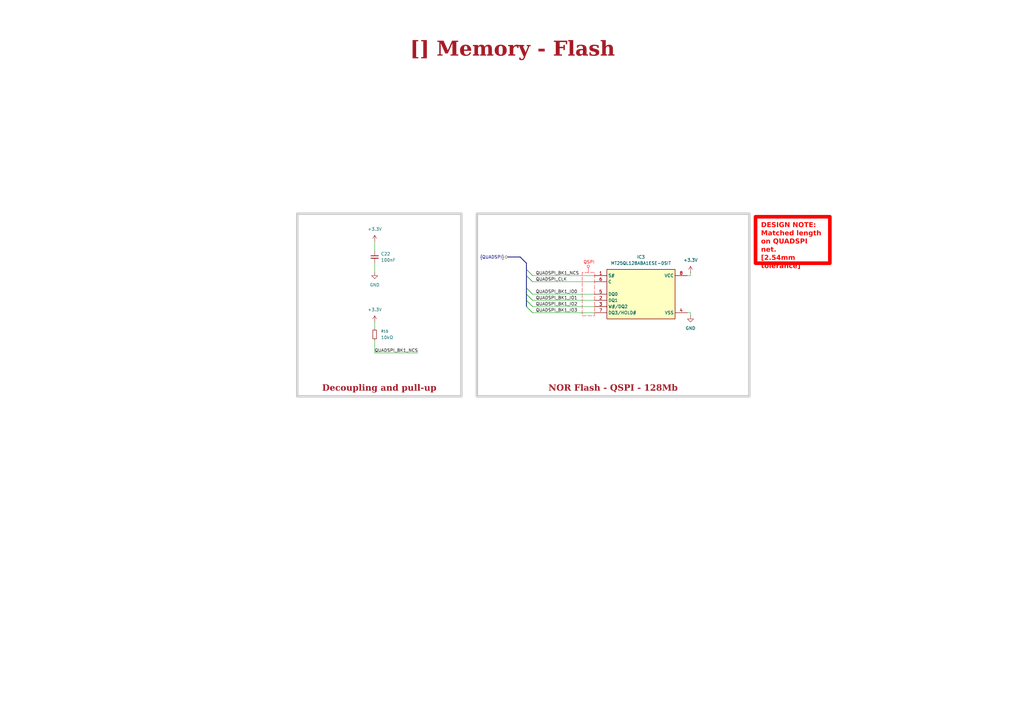
<source format=kicad_sch>
(kicad_sch (version 20250114) (generator "eeschema") (generator_version "9.0")
  (paper "A3")
  (title_block (title "Memory - Flash") (rev "${REVISION}") (company "${COMPANY}"))
  (lib_symbols
    (symbol "0_capacitors:CL05B104KO5NNNC" (pin_numbers (hide yes)) (pin_names (offset 0.254) (hide yes))
      (property "Reference" "C" (at 0.254 1.778 0))
      (property "Value" "100nF" (at 0.254 -2.032 0))
      (symbol "CL05B104KO5NNNC_0_1"
        (polyline (pts (xy -1.524 0.508) (xy 1.524 0.508)) (stroke (width 0.3048)))
        (polyline (pts (xy -1.524 -0.508) (xy 1.524 -0.508)) (stroke (width 0.3302)))
      )
      (symbol "CL05B104KO5NNNC_1_1"
        (pin passive line (at 0 2.54 270) (length 2.032) (name "~") (number "1"))
        (pin passive line (at 0 -2.54 90) (length 2.032) (name "~") (number "2"))
      )
    )
    (symbol "0_integrated_circuits:MT25QL128ABA1ESE-0SIT"
      (property "Reference" "IC" (at 8.382 7.874 0))
      (property "Value" "MT25QL128ABA1ESE-0SIT" (at 8.382 5.334 0))
      (symbol "MT25QL128ABA1ESE-0SIT_1_1"
        (rectangle (start 5.08 2.54) (end 33.02 -17.78) (stroke (width 0.254)) (fill (type background)))
        (pin passive line (at 0 0 0) (length 5.08) (name "S#") (number "1"))
        (pin passive line (at 0 -2.54 0) (length 5.08) (name "C") (number "6"))
        (pin passive line (at 0 -7.62 0) (length 5.08) (name "DQ0") (number "5"))
        (pin passive line (at 0 -10.16 0) (length 5.08) (name "DQ1") (number "2"))
        (pin passive line (at 0 -12.7 0) (length 5.08) (name "W#/DQ2") (number "3"))
        (pin passive line (at 0 -15.24 0) (length 5.08) (name "DQ3/HOLD#") (number "7"))
        (pin passive line (at 38.1 0 180) (length 5.08) (name "VCC") (number "8"))
        (pin passive line (at 38.1 -15.24 180) (length 5.08) (name "VSS") (number "4"))
      )
    )
    (symbol "0_resistors:0402WGF1002TCE" (pin_numbers (hide yes)) (pin_names (offset 0.254) (hide yes))
      (property "Reference" "R" (at 0 0 90))
      (property "Value" "10kΩ" (at 1.778 0 90))
      (symbol "0402WGF1002TCE_0_1"
        (rectangle (start -0.762 1.778) (end 0.762 -1.778) (stroke (width 0.2032)))
      )
      (symbol "0402WGF1002TCE_1_1"
        (pin passive line (at 0 2.54 270) (length 0.762) (name "~") (number "1"))
        (pin passive line (at 0 -2.54 90) (length 0.762) (name "~") (number "2"))
      )
    )
    (symbol "power:+3.3V" (power) (pin_numbers (hide yes)) (pin_names (offset 0) (hide yes))
      (property "Value" "+3.3V" (at 0 3.556 0))
      (symbol "+3.3V_0_1"
        (polyline (pts (xy -0.762 1.27) (xy 0 2.54)))
        (polyline (pts (xy 0 2.54) (xy 0.762 1.27)))
        (polyline (pts (xy 0 0) (xy 0 2.54)))
      )
      (symbol "+3.3V_1_1"
        (pin power_in line (at 0 0 90) (length 0) (name "~") (number "1"))
      )
    )
    (symbol "power:GND" (power) (pin_numbers (hide yes)) (pin_names (offset 0) (hide yes))
      (property "Value" "GND" (at 0 -3.81 0))
      (symbol "GND_0_1"
        (polyline (pts (xy 0 0) (xy 0 -1.27) (xy 1.27 -1.27) (xy 0 -2.54) (xy -1.27 -1.27) (xy 0 -1.27)))
      )
      (symbol "GND_1_1"
        (pin power_in line (at 0 0 270) (length 0) (name "~") (number "1"))
      )
    )
  )
  (rectangle (start 121.92 87.63) (end 189.23 162.56) (stroke (width 1) (color 200 200 200 1)))
  (rectangle (start 195.58 87.63) (end 307.34 162.56) (stroke (width 1) (color 200 200 200 1)))
  (text_box "NOR Flash - QSPI - 128Mb" (at 195.58 149.86 0) (size 111.76 12.7) (margins 1.9049 1.9049 1.9049 1.9049) (stroke (width -0.0001)) (effects (font (size 2.54 2.54) (thickness 0.508) (bold yes)) (justify bottom)))
  (text_box "DESIGN NOTE:\nMatched length on QUADSPI net.\n[2.54mm tolerance]" (at 309.88 88.9 0) (size 30.48 19.05) (margins 2.25 2.25 2.25 2.25) (stroke (width 1.5) (color 255 0 0 1)) (effects (font (size 2 2) (thickness 0.4) (bold yes)) (justify left top)))
  (text_box "Decoupling and pull-up" (at 121.92 149.86 0) (size 67.31 12.7) (margins 1.9049 1.9049 1.9049 1.9049) (stroke (width -0.0001)) (effects (font (size 2.54 2.54) (thickness 0.508) (bold yes)) (justify bottom)))
  (text_box "[${#}] ${TITLE}" (at 12.7 13.97 0) (size 394.97 12.7) (margins 4.4999 4.4999 4.4999 4.4999) (stroke (width -0.0001)) (effects (font (size 6 6) (thickness 1.2) (bold yes))))
  (bus_entry (at 215.9 123.19) (size 2.54 2.54))
  (bus_entry (at 215.9 125.73) (size 2.54 2.54))
  (bus_entry (at 215.9 125.73) (size 2.54 2.54))
  (bus_entry (at 215.9 120.65) (size 2.54 2.54))
  (bus_entry (at 215.9 110.49) (size 2.54 2.54))
  (bus_entry (at 215.9 118.11) (size 2.54 2.54))
  (bus_entry (at 215.9 123.19) (size 2.54 2.54))
  (bus_entry (at 215.9 113.03) (size 2.54 2.54))
  (bus_entry (at 215.9 113.03) (size 2.54 2.54))
  (bus_entry (at 215.9 120.65) (size 2.54 2.54))
  (bus_entry (at 215.9 110.49) (size 2.54 2.54))
  (bus_entry (at 215.9 118.11) (size 2.54 2.54))
  (bus (pts (xy 208.28 105.41) (xy 213.36 105.41)))
  (wire (pts (xy 153.67 107.95) (xy 153.67 111.76)))
  (wire (pts (xy 218.44 120.65) (xy 243.84 120.65)))
  (wire (pts (xy 153.67 144.78) (xy 171.45 144.78)))
  (bus (pts (xy 215.9 113.03) (xy 215.9 118.11)))
  (wire (pts (xy 281.94 128.27) (xy 283.21 128.27)))
  (bus (pts (xy 215.9 107.95) (xy 215.9 110.49)))
  (wire (pts (xy 218.44 113.03) (xy 243.84 113.03)))
  (wire (pts (xy 283.21 111.76) (xy 283.21 113.03)))
  (wire (pts (xy 218.44 115.57) (xy 243.84 115.57)))
  (wire (pts (xy 218.44 125.73) (xy 243.84 125.73)))
  (bus (pts (xy 215.9 120.65) (xy 215.9 123.19)))
  (bus (pts (xy 215.9 118.11) (xy 215.9 120.65)))
  (wire (pts (xy 153.67 99.06) (xy 153.67 102.87)))
  (wire (pts (xy 218.44 123.19) (xy 243.84 123.19)))
  (wire (pts (xy 283.21 113.03) (xy 281.94 113.03)))
  (wire (pts (xy 153.67 139.7) (xy 153.67 144.78)))
  (bus (pts (xy 215.9 123.19) (xy 215.9 125.73)))
  (wire (pts (xy 283.21 128.27) (xy 283.21 129.54)))
  (bus (pts (xy 215.9 110.49) (xy 215.9 113.03)))
  (wire (pts (xy 218.44 128.27) (xy 243.84 128.27)))
  (bus (pts (xy 213.36 105.41) (xy 215.9 107.95)))
  (wire (pts (xy 153.67 132.08) (xy 153.67 134.62)))
  (label "QUADSPI_BK1_IO2" (at 219.71 125.73 0))
  (label "QUADSPI_BK1_IO0" (at 219.71 120.65 0))
  (label "QUADSPI_BK1_IO1" (at 219.71 123.19 0))
  (label "QUADSPI_BK1_NCS" (at 171.45 144.78 180))
  (label "QUADSPI_CLK" (at 219.71 115.57 0))
  (label "QUADSPI_BK1_NCS" (at 219.71 113.03 0))
  (label "QUADSPI_BK1_IO3" (at 219.71 128.27 0))
  (hierarchical_label "{QUADSPI}" (shape bidirectional) (at 208.28 105.41 180))
  (rule_area (polyline (pts (xy 238.76 129.54) (xy 243.84 129.54) (xy 243.84 111.76) (xy 238.76 111.76)) (stroke (width 0) (type dash))))
  (netclass_flag "" (length 2.54) (shape round) (at 241.3 111.76 0) (property "Netclass" "QSPI" (at 239.268 107.442 0) (effects (justify left))))
  (symbol (lib_id "power:+3.3V") (at 153.67 99.06 0) (unit 1)
    (property "Reference" "#PWR039" (effects (hide yes)))
    (property "Value" "+3.3V" (at 153.67 93.98 0))
    (property "Description" "Power symbol creates a global label with name \"+3.3V\"" (effects (hide yes)))
  )
  (symbol (lib_id "0_integrated_circuits:MT25QL128ABA1ESE-0SIT") (at 243.84 113.03 0) (unit 1)
    (property "Reference" "IC3" (at 262.89 105.41 0))
    (property "Value" "MT25QL128ABA1ESE-0SIT" (at 262.89 107.95 0))
    (property "Footprint" "0_integrated_circuits:SOIC127P790X216-8L" (effects (hide yes)))
    (property "Datasheet" "https://datasheet.datasheetarchive.com/originals/distributors/DKDS42/DSANUWW0045431.pdf" (effects (hide yes)))
    (property "Description" "NOR Flash" (effects (hide yes)))
    (property "Height" "2.16" (effects (hide yes)))
    (property "Mouser Part Number" "340-224871-TRAY" (effects (hide yes)))
    (property "Mouser Price/Stock" "https://www.mouser.co.uk/ProductDetail/Micron/MT25QL128ABA1ESE-0SIT?qs=rrS6PyfT74dl11ZxUje2FA%3D%3D" (effects (hide yes)))
    (property "Manufacturer_Name" "Micron" (effects (hide yes)))
    (property "Manufacturer_Part_Number" "MT25QL128ABA1ESE-0SIT" (effects (hide yes)))
    (property "Supplier 1" "JLCPCB" (effects (hide yes)))
    (property "Supplier Part Number 1" "C41359590" (effects (hide yes)))
  )
  (symbol (lib_id "power:GND") (at 283.21 129.54 0) (unit 1)
    (property "Reference" "#PWR037" (effects (hide yes)))
    (property "Value" "GND" (at 283.21 134.62 0))
    (property "Description" "Power symbol creates a global label with name \"GND\" , ground" (effects (hide yes)))
  )
  (symbol (lib_id "0_capacitors:CL05B104KO5NNNC") (at 153.67 105.41 0) (unit 1)
    (property "Reference" "C22" (at 156.21 104.1463 0) (effects (justify left)))
    (property "Value" "100nF" (at 156.21 106.6863 0) (effects (justify left)))
    (property "Footprint" "0_capacitors:C_0402_1005Metric" (effects (hide yes)))
    (property "Description" "Unpolarized capacitor, small symbol" (effects (hide yes)))
    (property "Supplier 1" "JLCPCB" (effects (hide yes)))
    (property "Supplier Part Number 1" "C1525" (effects (hide yes)))
  )
  (symbol (lib_id "0_resistors:0402WGF1002TCE") (at 153.67 137.16 180) (unit 1)
    (property "Reference" "R15" (at 156.21 135.89 0) (effects (font (size 1.016 1.016)) (justify right)))
    (property "Value" "10kΩ" (at 156.21 138.43 0) (effects (justify right)))
    (property "Footprint" "0_resistors:R_0402_1005Metric" (effects (hide yes)))
    (property "Description" "50V ±100ppm/℃ ±1% 10kΩ 0402" (effects (hide yes)))
    (property "Supplier 1" "JLCPCB" (effects (hide yes)))
    (property "Supplier Part Number 1" "C25744" (effects (hide yes)))
  )
  (symbol (lib_id "power:GND") (at 153.67 111.76 0) (unit 1)
    (property "Reference" "#PWR040" (effects (hide yes)))
    (property "Value" "GND" (at 153.67 116.84 0))
    (property "Description" "Power symbol creates a global label with name \"GND\" , ground" (effects (hide yes)))
  )
  (symbol (lib_id "power:+3.3V") (at 283.21 111.76 0) (unit 1)
    (property "Reference" "#PWR036" (effects (hide yes)))
    (property "Value" "+3.3V" (at 283.21 106.68 0))
    (property "Description" "Power symbol creates a global label with name \"+3.3V\"" (effects (hide yes)))
  )
  (symbol (lib_id "power:+3.3V") (at 153.67 132.08 0) (unit 1)
    (property "Reference" "#PWR038" (effects (hide yes)))
    (property "Value" "+3.3V" (at 153.67 127 0))
    (property "Description" "Power symbol creates a global label with name \"+3.3V\"" (effects (hide yes)))
  )
)
</source>
